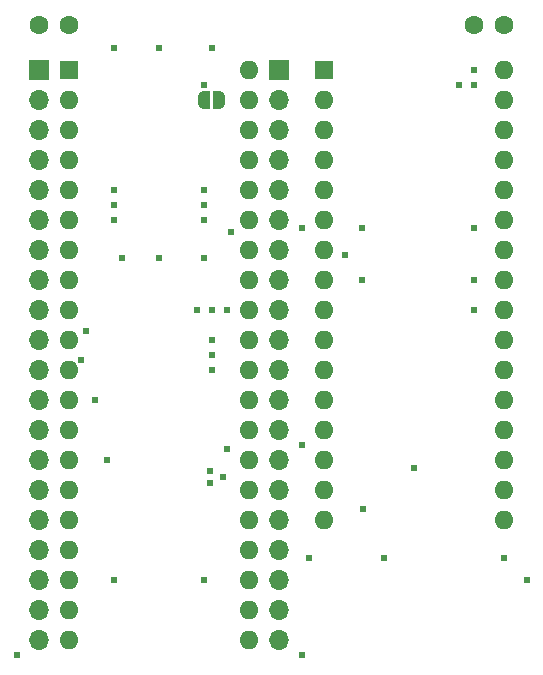
<source format=gbs>
G04 #@! TF.GenerationSoftware,KiCad,Pcbnew,(6.0.10-0)*
G04 #@! TF.CreationDate,2022-12-27T18:05:12+09:00*
G04 #@! TF.ProjectId,MEZ6809RAM,4d455a36-3830-4395-9241-4d2e6b696361,A*
G04 #@! TF.SameCoordinates,PX5f5e100PY8f0d180*
G04 #@! TF.FileFunction,Soldermask,Bot*
G04 #@! TF.FilePolarity,Negative*
%FSLAX46Y46*%
G04 Gerber Fmt 4.6, Leading zero omitted, Abs format (unit mm)*
G04 Created by KiCad (PCBNEW (6.0.10-0)) date 2022-12-27 18:05:12*
%MOMM*%
%LPD*%
G01*
G04 APERTURE LIST*
G04 Aperture macros list*
%AMFreePoly0*
4,1,22,0.500000,-0.750000,0.000000,-0.750000,0.000000,-0.745033,-0.079941,-0.743568,-0.215256,-0.701293,-0.333266,-0.622738,-0.424486,-0.514219,-0.481581,-0.384460,-0.499164,-0.250000,-0.500000,-0.250000,-0.500000,0.250000,-0.499164,0.250000,-0.499963,0.256109,-0.478152,0.396186,-0.417904,0.524511,-0.324060,0.630769,-0.204165,0.706417,-0.067858,0.745374,0.000000,0.744959,0.000000,0.750000,
0.500000,0.750000,0.500000,-0.750000,0.500000,-0.750000,$1*%
%AMFreePoly1*
4,1,20,0.000000,0.744959,0.073905,0.744508,0.209726,0.703889,0.328688,0.626782,0.421226,0.519385,0.479903,0.390333,0.500000,0.250000,0.500000,-0.250000,0.499851,-0.262216,0.476331,-0.402017,0.414519,-0.529596,0.319384,-0.634700,0.198574,-0.708877,0.061801,-0.746166,0.000000,-0.745033,0.000000,-0.750000,-0.500000,-0.750000,-0.500000,0.750000,0.000000,0.750000,0.000000,0.744959,
0.000000,0.744959,$1*%
G04 Aperture macros list end*
%ADD10C,1.600000*%
%ADD11R,1.600000X1.600000*%
%ADD12O,1.600000X1.600000*%
%ADD13FreePoly0,180.000000*%
%ADD14FreePoly1,180.000000*%
%ADD15R,1.700000X1.700000*%
%ADD16O,1.700000X1.700000*%
%ADD17C,0.605000*%
G04 APERTURE END LIST*
D10*
X6332500Y55245000D03*
X3832500Y55245000D03*
D11*
X6347500Y51435000D03*
D12*
X6347500Y48895000D03*
X6347500Y46355000D03*
X6347500Y43815000D03*
X6347500Y41275000D03*
X6347500Y38735000D03*
X6347500Y36195000D03*
X6347500Y33655000D03*
X6347500Y31115000D03*
X6347500Y28575000D03*
X6347500Y26035000D03*
X6347500Y23495000D03*
X6347500Y20955000D03*
X6347500Y18415000D03*
X6347500Y15875000D03*
X6347500Y13335000D03*
X6347500Y10795000D03*
X6347500Y8255000D03*
X6347500Y5715000D03*
X6347500Y3175000D03*
X21587500Y3175000D03*
X21587500Y5715000D03*
X21587500Y8255000D03*
X21587500Y10795000D03*
X21587500Y13335000D03*
X21587500Y15875000D03*
X21587500Y18415000D03*
X21587500Y20955000D03*
X21587500Y23495000D03*
X21587500Y26035000D03*
X21587500Y28575000D03*
X21587500Y31115000D03*
X21587500Y33655000D03*
X21587500Y36195000D03*
X21587500Y38735000D03*
X21587500Y41275000D03*
X21587500Y43815000D03*
X21587500Y46355000D03*
X21587500Y48895000D03*
X21587500Y51435000D03*
D10*
X40662500Y55245000D03*
X43162500Y55245000D03*
D11*
X27937500Y51440000D03*
D12*
X27937500Y48900000D03*
X27937500Y46360000D03*
X27937500Y43820000D03*
X27937500Y41280000D03*
X27937500Y38740000D03*
X27937500Y36200000D03*
X27937500Y33660000D03*
X27937500Y31120000D03*
X27937500Y28580000D03*
X27937500Y26040000D03*
X27937500Y23500000D03*
X27937500Y20960000D03*
X27937500Y18420000D03*
X27937500Y15880000D03*
X27937500Y13340000D03*
X43177500Y13340000D03*
X43177500Y15880000D03*
X43177500Y18420000D03*
X43177500Y20960000D03*
X43177500Y23500000D03*
X43177500Y26040000D03*
X43177500Y28580000D03*
X43177500Y31120000D03*
X43177500Y33660000D03*
X43177500Y36200000D03*
X43177500Y38740000D03*
X43177500Y41280000D03*
X43177500Y43820000D03*
X43177500Y46360000D03*
X43177500Y48900000D03*
X43177500Y51440000D03*
D13*
X19065000Y48895000D03*
D14*
X17765000Y48895000D03*
D15*
X24132500Y51440000D03*
D16*
X24132500Y48900000D03*
X24132500Y46360000D03*
X24132500Y43820000D03*
X24132500Y41280000D03*
X24132500Y38740000D03*
X24132500Y36200000D03*
X24132500Y33660000D03*
X24132500Y31120000D03*
X24132500Y28580000D03*
X24132500Y26040000D03*
X24132500Y23500000D03*
X24132500Y20960000D03*
X24132500Y18420000D03*
X24132500Y15880000D03*
X24132500Y13340000D03*
X24132500Y10800000D03*
X24132500Y8260000D03*
X24132500Y5720000D03*
X24132500Y3180000D03*
D15*
X3812500Y51440000D03*
D16*
X3812500Y48900000D03*
X3812500Y46360000D03*
X3812500Y43820000D03*
X3812500Y41280000D03*
X3812500Y38740000D03*
X3812500Y36200000D03*
X3812500Y33660000D03*
X3812500Y31120000D03*
X3812500Y28580000D03*
X3812500Y26040000D03*
X3812500Y23500000D03*
X3812500Y20960000D03*
X3812500Y18420000D03*
X3812500Y15880000D03*
X3812500Y13340000D03*
X3812500Y10800000D03*
X3812500Y8260000D03*
X3812500Y5720000D03*
X3812500Y3180000D03*
D17*
X18415000Y28575000D03*
X40640000Y31115000D03*
X9525000Y18415000D03*
X17780000Y41275000D03*
X40640000Y50165000D03*
X17780000Y8255000D03*
X43180000Y10160000D03*
X18415000Y31115000D03*
X18415000Y26035000D03*
X18415000Y27305000D03*
X17780000Y38735000D03*
X17780000Y35560000D03*
X26670000Y10160000D03*
X13970000Y53340000D03*
X10160000Y40005000D03*
X40640000Y33655000D03*
X1905000Y1905000D03*
X10160000Y8255000D03*
X10160000Y38735000D03*
X45085000Y8255000D03*
X26035000Y1905000D03*
X17780000Y40005000D03*
X13970000Y35560000D03*
X39370000Y50165000D03*
X10795000Y35560000D03*
X40640000Y51435000D03*
X19685000Y31115000D03*
X26038000Y19688000D03*
X26035000Y38100000D03*
X17767500Y50152500D03*
X31115000Y33655000D03*
X33020000Y10160000D03*
X10160000Y53340000D03*
X17145000Y31115000D03*
X10160000Y41275000D03*
X31115000Y38119400D03*
X40640000Y38100000D03*
X18415000Y53340000D03*
X7813400Y29330100D03*
X19710059Y19417559D03*
X18265400Y17548600D03*
X19418700Y17018000D03*
X29718000Y35814000D03*
X35560000Y17780000D03*
X20066000Y37719000D03*
X8516300Y23495000D03*
X7383300Y26879600D03*
X18288000Y16487400D03*
X31242000Y14305300D03*
M02*

</source>
